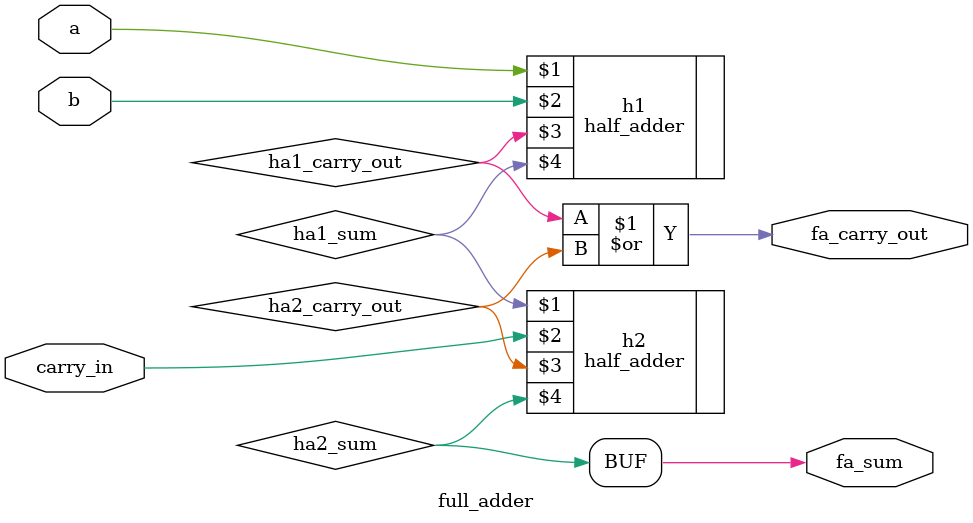
<source format=v>
`include "half_adder.v"

module full_adder(a, b, carry_in, fa_sum, fa_carry_out);
    input a,b,carry_in;
    wire ha1_carry_out;
    wire ha1_sum;
    wire ha2_carry_out;
    wire ha2_sum;

    output fa_sum,fa_carry_out;
    half_adder h1(a,b, ha1_carry_out,ha1_sum);
    half_adder h2(ha1_sum, carry_in, ha2_carry_out, ha2_sum);
    assign fa_carry_out = ha1_carry_out | ha2_carry_out;
    assign fa_sum = ha2_sum;

endmodule
</source>
